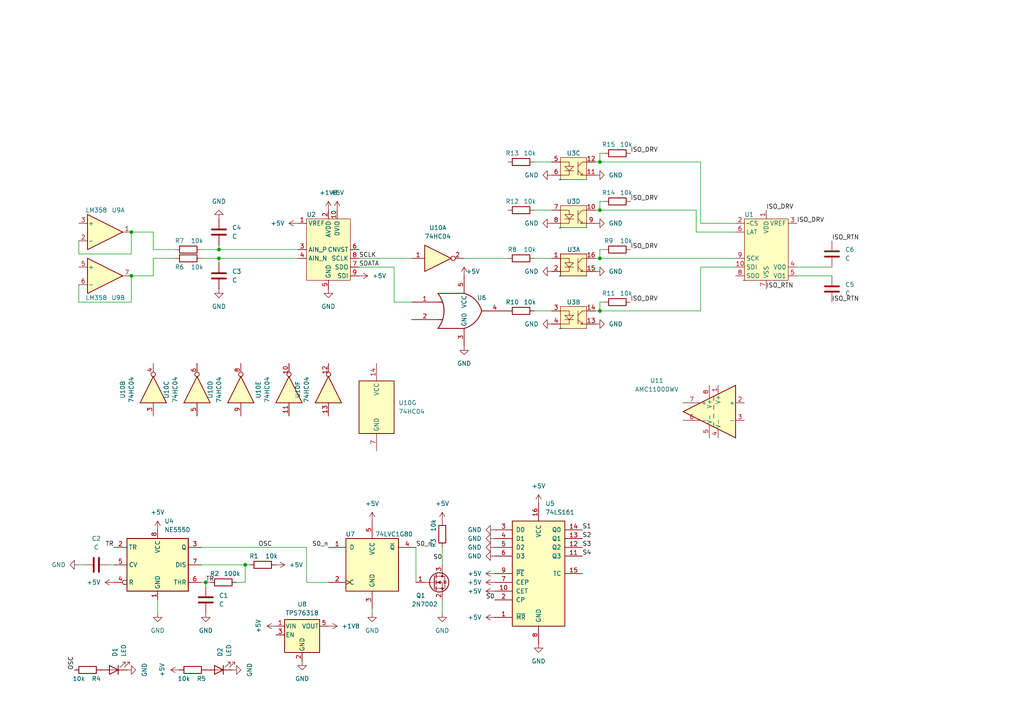
<source format=kicad_sch>
(kicad_sch (version 20230121) (generator eeschema)
  (paper "A4")
  (lib_symbols
    (symbol "74xGxx:74LVC1G32"
      (property "Reference" "U" (at -5.08 7.62 0))
      (property "Value" "74LVC1G32" (at 7.62 -7.62 0))
      (symbol "74LVC1G32_0_1"
        (arc (start -7.62 -5.08) (mid -5.838 0) (end -7.62 5.08) (stroke (width 0.254)))
        (arc (start 0 -5.08) (mid 3.1986 -3.2054) (end 5.08 0) (stroke (width 0.254)))
        (polyline (pts (xy -7.62 -2.54) (xy -6.35 -2.54)) (stroke (width 0.254)) (fill (type background)))
        (polyline (pts (xy -7.62 2.54) (xy -6.35 2.54)) (stroke (width 0.254)) (fill (type background)))
        (polyline (pts (xy 0 -5.08) (xy -7.62 -5.08)) (stroke (width 0.254)) (fill (type background)))
        (polyline (pts (xy 0 5.08) (xy -7.62 5.08)) (stroke (width 0.254)) (fill (type background)))
        (arc (start 5.08 0) (mid 3.2238 3.2304) (end 0 5.08) (stroke (width 0.254)))
      )
      (symbol "74LVC1G32_1_1"
        (pin input line (at -15.24 2.54 0) (length 7.62) (name "~") (number "1"))
        (pin input line (at -15.24 -2.54 0) (length 7.62) (name "~") (number "2"))
        (pin power_in line (at 0 -10.16 90) (length 5.08) (name "GND") (number "3"))
        (pin output line (at 12.7 0 180) (length 7.62) (name "~") (number "4"))
        (pin power_in line (at 0 10.16 270) (length 5.08) (name "VCC") (number "5"))
      )
    )
    (symbol "74xGxx:74LVC1G80" (pin_names (offset 1.016))
      (property "Reference" "U" (at -5.08 10.16 0))
      (property "Value" "74LVC1G80" (at 7.62 -10.16 0))
      (symbol "74LVC1G80_0_1"
        (rectangle (start -7.62 7.62) (end 7.62 -7.62) (stroke (width 0.254)) (fill (type background)))
      )
      (symbol "74LVC1G80_1_1"
        (pin input line (at -12.7 5.08 0) (length 5.08) (name "D") (number "1"))
        (pin input clock (at -12.7 -5.08 0) (length 5.08) (name "C") (number "2"))
        (pin power_in line (at 0 -12.7 90) (length 5.08) (name "GND") (number "3"))
        (pin output line (at 12.7 5.08 180) (length 5.08) (name "~{Q}") (number "4"))
        (pin power_in line (at 0 12.7 270) (length 5.08) (name "VCC") (number "5"))
      )
    )
    (symbol "74xx:74HC04"
      (property "Reference" "U" (at 0 1.27 0))
      (property "Value" "74HC04" (at 0 -1.27 0))
      (symbol "74HC04_1_0"
        (polyline (pts (xy -3.81 3.81) (xy -3.81 -3.81) (xy 3.81 0) (xy -3.81 3.81)) (stroke (width 0.254)) (fill (type background)))
        (pin input line (at -7.62 0 0) (length 3.81) (name "~") (number "1"))
        (pin output inverted (at 7.62 0 180) (length 3.81) (name "~") (number "2"))
      )
      (symbol "74HC04_2_0"
        (polyline (pts (xy -3.81 3.81) (xy -3.81 -3.81) (xy 3.81 0) (xy -3.81 3.81)) (stroke (width 0.254)) (fill (type background)))
        (pin input line (at -7.62 0 0) (length 3.81) (name "~") (number "3"))
        (pin output inverted (at 7.62 0 180) (length 3.81) (name "~") (number "4"))
      )
      (symbol "74HC04_3_0"
        (polyline (pts (xy -3.81 3.81) (xy -3.81 -3.81) (xy 3.81 0) (xy -3.81 3.81)) (stroke (width 0.254)) (fill (type background)))
        (pin input line (at -7.62 0 0) (length 3.81) (name "~") (number "5"))
        (pin output inverted (at 7.62 0 180) (length 3.81) (name "~") (number "6"))
      )
      (symbol "74HC04_4_0"
        (polyline (pts (xy -3.81 3.81) (xy -3.81 -3.81) (xy 3.81 0) (xy -3.81 3.81)) (stroke (width 0.254)) (fill (type background)))
        (pin output inverted (at 7.62 0 180) (length 3.81) (name "~") (number "8"))
        (pin input line (at -7.62 0 0) (length 3.81) (name "~") (number "9"))
      )
      (symbol "74HC04_5_0"
        (polyline (pts (xy -3.81 3.81) (xy -3.81 -3.81) (xy 3.81 0) (xy -3.81 3.81)) (stroke (width 0.254)) (fill (type background)))
        (pin output inverted (at 7.62 0 180) (length 3.81) (name "~") (number "10"))
        (pin input line (at -7.62 0 0) (length 3.81) (name "~") (number "11"))
      )
      (symbol "74HC04_6_0"
        (polyline (pts (xy -3.81 3.81) (xy -3.81 -3.81) (xy 3.81 0) (xy -3.81 3.81)) (stroke (width 0.254)) (fill (type background)))
        (pin output inverted (at 7.62 0 180) (length 3.81) (name "~") (number "12"))
        (pin input line (at -7.62 0 0) (length 3.81) (name "~") (number "13"))
      )
      (symbol "74HC04_7_0"
        (pin power_in line (at 0 12.7 270) (length 5.08) (name "VCC") (number "14"))
        (pin power_in line (at 0 -12.7 90) (length 5.08) (name "GND") (number "7"))
      )
      (symbol "74HC04_7_1"
        (rectangle (start -5.08 7.62) (end 5.08 -7.62) (stroke (width 0.254)) (fill (type background)))
      )
    )
    (symbol "74xx:74LS161" (pin_names (offset 1.016))
      (property "Reference" "U" (at -7.62 16.51 0))
      (property "Value" "74LS161" (at -7.62 -16.51 0))
      (symbol "74LS161_1_0"
        (pin input line (at -12.7 -12.7 0) (length 5.08) (name "~{MR}") (number "1"))
        (pin input line (at -12.7 -5.08 0) (length 5.08) (name "CET") (number "10"))
        (pin output line (at 12.7 5.08 180) (length 5.08) (name "Q3") (number "11"))
        (pin output line (at 12.7 7.62 180) (length 5.08) (name "Q2") (number "12"))
        (pin output line (at 12.7 10.16 180) (length 5.08) (name "Q1") (number "13"))
        (pin output line (at 12.7 12.7 180) (length 5.08) (name "Q0") (number "14"))
        (pin output line (at 12.7 0 180) (length 5.08) (name "TC") (number "15"))
        (pin power_in line (at 0 20.32 270) (length 5.08) (name "VCC") (number "16"))
        (pin input line (at -12.7 -7.62 0) (length 5.08) (name "CP") (number "2"))
        (pin input line (at -12.7 12.7 0) (length 5.08) (name "D0") (number "3"))
        (pin input line (at -12.7 10.16 0) (length 5.08) (name "D1") (number "4"))
        (pin input line (at -12.7 7.62 0) (length 5.08) (name "D2") (number "5"))
        (pin input line (at -12.7 5.08 0) (length 5.08) (name "D3") (number "6"))
        (pin input line (at -12.7 -2.54 0) (length 5.08) (name "CEP") (number "7"))
        (pin power_in line (at 0 -20.32 90) (length 5.08) (name "GND") (number "8"))
        (pin input line (at -12.7 0 0) (length 5.08) (name "~{PE}") (number "9"))
      )
      (symbol "74LS161_1_1"
        (rectangle (start -7.62 15.24) (end 7.62 -15.24) (stroke (width 0.254)) (fill (type background)))
      )
    )
    (symbol "Amplifier_Difference:AMC1100DWV" (pin_names (offset 0.127))
      (property "Reference" "U" (at 7.62 8.89 0))
      (property "Value" "AMC1100DWV" (at 1.27 6.35 0))
      (symbol "AMC1100DWV_0_1"
        (polyline (pts (xy -1.27 -3.175) (xy -1.27 -4.445)))
        (polyline (pts (xy -1.27 -0.635) (xy -1.27 -1.905)))
        (polyline (pts (xy -1.27 1.905) (xy -1.27 0.635)))
        (polyline (pts (xy -1.27 4.445) (xy -1.27 3.175)))
        (polyline (pts (xy -7.62 -7.62) (xy -7.62 7.62) (xy 7.62 0) (xy -7.62 -7.62)) (stroke (width 0.254)) (fill (type background)))
      )
      (symbol "AMC1100DWV_1_1"
        (pin power_in line (at -2.54 7.62 270) (length 2.54) (name "V+") (number "1"))
        (pin input line (at -10.16 2.54 0) (length 2.54) (name "+") (number "2"))
        (pin input line (at -10.16 -2.54 0) (length 2.54) (name "-") (number "3"))
        (pin power_in line (at -2.54 -7.62 90) (length 2.54) (name "V-") (number "4"))
        (pin power_in line (at 0 -7.62 90) (length 3.81) (name "V-") (number "5"))
        (pin output line (at 7.62 -2.54 180) (length 5.08) (name "-") (number "6"))
        (pin output line (at 7.62 2.54 180) (length 5.08) (name "+") (number "7"))
        (pin power_in line (at 0 7.62 270) (length 3.81) (name "V+") (number "8"))
      )
    )
    (symbol "Amplifier_Operational:LM358" (pin_names (offset 0.127))
      (property "Reference" "U" (at 0 5.08 0))
      (property "Value" "LM358" (at 0 -5.08 0))
      (symbol "LM358_1_1"
        (polyline (pts (xy -5.08 5.08) (xy 5.08 0) (xy -5.08 -5.08) (xy -5.08 5.08)) (stroke (width 0.254)) (fill (type background)))
        (pin output line (at 7.62 0 180) (length 2.54) (name "~") (number "1"))
        (pin input line (at -7.62 -2.54 0) (length 2.54) (name "-") (number "2"))
        (pin input line (at -7.62 2.54 0) (length 2.54) (name "+") (number "3"))
      )
      (symbol "LM358_2_1"
        (polyline (pts (xy -5.08 5.08) (xy 5.08 0) (xy -5.08 -5.08) (xy -5.08 5.08)) (stroke (width 0.254)) (fill (type background)))
        (pin input line (at -7.62 2.54 0) (length 2.54) (name "+") (number "5"))
        (pin input line (at -7.62 -2.54 0) (length 2.54) (name "-") (number "6"))
        (pin output line (at 7.62 0 180) (length 2.54) (name "~") (number "7"))
      )
      (symbol "LM358_3_1"
        (pin power_in line (at -2.54 -7.62 90) (length 3.81) (name "V-") (number "4"))
        (pin power_in line (at -2.54 7.62 270) (length 3.81) (name "V+") (number "8"))
      )
    )
    (symbol "Device:C" (pin_numbers hide) (pin_names (offset 0.254))
      (property "Reference" "C" (at 0.635 2.54 0))
      (property "Value" "C" (at 0.635 -2.54 0))
      (symbol "C_0_1"
        (polyline (pts (xy -2.032 -0.762) (xy 2.032 -0.762)) (stroke (width 0.508)))
        (polyline (pts (xy -2.032 0.762) (xy 2.032 0.762)) (stroke (width 0.508)))
      )
      (symbol "C_1_1"
        (pin passive line (at 0 3.81 270) (length 2.794) (name "~") (number "1"))
        (pin passive line (at 0 -3.81 90) (length 2.794) (name "~") (number "2"))
      )
    )
    (symbol "Device:LED" (pin_numbers hide) (pin_names (offset 1.016) hide)
      (property "Reference" "D" (at 0 2.54 0))
      (property "Value" "LED" (at 0 -2.54 0))
      (symbol "LED_0_1"
        (polyline (pts (xy -1.27 -1.27) (xy -1.27 1.27)) (stroke (width 0.254)))
        (polyline (pts (xy -1.27 0) (xy 1.27 0)))
        (polyline (pts (xy 1.27 -1.27) (xy 1.27 1.27) (xy -1.27 0) (xy 1.27 -1.27)) (stroke (width 0.254)))
        (polyline (pts (xy -3.048 -0.762) (xy -4.572 -2.286) (xy -3.81 -2.286) (xy -4.572 -2.286) (xy -4.572 -1.524)))
        (polyline (pts (xy -1.778 -0.762) (xy -3.302 -2.286) (xy -2.54 -2.286) (xy -3.302 -2.286) (xy -3.302 -1.524)))
      )
      (symbol "LED_1_1"
        (pin passive line (at -3.81 0 0) (length 2.54) (name "K") (number "1"))
        (pin passive line (at 3.81 0 180) (length 2.54) (name "A") (number "2"))
      )
    )
    (symbol "Device:R" (pin_numbers hide) (pin_names (offset 0))
      (property "Reference" "R" (at 2.032 0 90))
      (property "Value" "R" (at 0 0 90))
      (symbol "R_0_1"
        (rectangle (start -1.016 -2.54) (end 1.016 2.54) (stroke (width 0.254)))
      )
      (symbol "R_1_1"
        (pin passive line (at 0 3.81 270) (length 1.27) (name "~") (number "1"))
        (pin passive line (at 0 -3.81 90) (length 1.27) (name "~") (number "2"))
      )
    )
    (symbol "Regulator_Linear:TPS76318" (pin_names (offset 0.254))
      (property "Reference" "U" (at -3.81 5.715 0))
      (property "Value" "TPS76318" (at 0 5.715 0))
      (symbol "TPS76318_0_1"
        (rectangle (start -5.08 4.445) (end 5.08 -5.08) (stroke (width 0.254)) (fill (type background)))
      )
      (symbol "TPS76318_1_1"
        (pin power_in line (at -7.62 2.54 0) (length 2.54) (name "VIN") (number "1"))
        (pin power_in line (at 0 -7.62 90) (length 2.54) (name "GND") (number "2"))
        (pin input line (at -7.62 0 0) (length 2.54) (name "EN") (number "3"))
        (pin no_connect line (at 5.08 0 180) (length 2.54) hide (name "NC") (number "4"))
        (pin power_out line (at 7.62 2.54 180) (length 2.54) (name "VOUT") (number "5"))
      )
    )
    (symbol "Timer:NE555D"
      (property "Reference" "U" (at -10.16 8.89 0))
      (property "Value" "NE555D" (at 2.54 8.89 0))
      (symbol "NE555D_0_0"
        (pin power_in line (at 0 -10.16 90) (length 2.54) (name "GND") (number "1"))
        (pin power_in line (at 0 10.16 270) (length 2.54) (name "VCC") (number "8"))
      )
      (symbol "NE555D_0_1"
        (rectangle (start -8.89 -7.62) (end 8.89 7.62) (stroke (width 0.254)) (fill (type background)))
        (rectangle (start -8.89 -7.62) (end 8.89 7.62) (stroke (width 0.254)) (fill (type background)))
      )
      (symbol "NE555D_1_1"
        (pin input line (at -12.7 5.08 0) (length 3.81) (name "TR") (number "2"))
        (pin output line (at 12.7 5.08 180) (length 3.81) (name "Q") (number "3"))
        (pin input inverted (at -12.7 -5.08 0) (length 3.81) (name "R") (number "4"))
        (pin input line (at -12.7 0 0) (length 3.81) (name "CV") (number "5"))
        (pin input line (at 12.7 -5.08 180) (length 3.81) (name "THR") (number "6"))
        (pin input line (at 12.7 0 180) (length 3.81) (name "DIS") (number "7"))
      )
    )
    (symbol "Transistor_FET:2N7002" (pin_names hide)
      (property "Reference" "Q" (at 5.08 1.905 0))
      (property "Value" "2N7002" (at 5.08 0 0))
      (symbol "2N7002_0_1"
        (polyline (pts (xy 0.254 0) (xy -2.54 0)))
        (polyline (pts (xy 0.254 1.905) (xy 0.254 -1.905)) (stroke (width 0.254)))
        (polyline (pts (xy 0.762 -1.27) (xy 0.762 -2.286)) (stroke (width 0.254)))
        (polyline (pts (xy 0.762 0.508) (xy 0.762 -0.508)) (stroke (width 0.254)))
        (polyline (pts (xy 0.762 2.286) (xy 0.762 1.27)) (stroke (width 0.254)))
        (polyline (pts (xy 2.54 2.54) (xy 2.54 1.778)))
        (polyline (pts (xy 2.54 -2.54) (xy 2.54 0) (xy 0.762 0)))
        (polyline (pts (xy 0.762 -1.778) (xy 3.302 -1.778) (xy 3.302 1.778) (xy 0.762 1.778)))
        (polyline (pts (xy 1.016 0) (xy 2.032 0.381) (xy 2.032 -0.381) (xy 1.016 0)) (fill (type outline)))
        (polyline (pts (xy 2.794 0.508) (xy 2.921 0.381) (xy 3.683 0.381) (xy 3.81 0.254)))
        (polyline (pts (xy 3.302 0.381) (xy 2.921 -0.254) (xy 3.683 -0.254) (xy 3.302 0.381)))
        (circle (center 1.651 0) (radius 2.794) (stroke (width 0.254)))
        (circle (center 2.54 -1.778) (radius 0.254) (fill (type outline)))
        (circle (center 2.54 1.778) (radius 0.254) (fill (type outline)))
      )
      (symbol "2N7002_1_1"
        (pin input line (at -5.08 0 0) (length 2.54) (name "G") (number "1"))
        (pin passive line (at 2.54 -5.08 90) (length 2.54) (name "S") (number "2"))
        (pin passive line (at 2.54 5.08 270) (length 2.54) (name "D") (number "3"))
      )
    )
    (symbol "my parts:MCP33141D"
      (property "Reference" "U" (at 0 0 0))
      (property "Value" "MCP33141D" (at 0 0 0))
      (symbol "MCP33141D_1_1"
        (rectangle (start 0 17.78) (end 12.7 0) (fill (type background)))
        (pin bidirectional line (at -2.54 16.51 0) (length 2.54) (name "VREF") (number "1"))
        (pin bidirectional line (at 8.89 20.32 270) (length 2.54) (name "DVIO") (number "10"))
        (pin bidirectional line (at 6.35 20.32 270) (length 2.54) (name "AVDD") (number "2"))
        (pin bidirectional line (at -2.54 8.89 0) (length 2.54) (name "AIN_P") (number "3"))
        (pin bidirectional line (at -2.54 6.35 0) (length 2.54) (name "AIN_N") (number "4"))
        (pin bidirectional line (at 6.35 -2.54 90) (length 2.54) (name "GND") (number "5"))
        (pin bidirectional line (at 15.24 8.89 180) (length 2.54) (name "CNVST") (number "6"))
        (pin bidirectional line (at 15.24 3.81 180) (length 2.54) (name "SDO") (number "7"))
        (pin bidirectional line (at 15.24 6.35 180) (length 2.54) (name "SCLK") (number "8"))
        (pin bidirectional line (at 15.24 1.27 180) (length 2.54) (name "SDI") (number "9"))
      )
    )
    (symbol "my parts:MCP48FEB02"
      (property "Reference" "U" (at 0 0 0))
      (symbol "MCP48FEB02_1_1"
        (rectangle (start 0 17.78) (end 12.7 0) (fill (type background)))
        (pin bidirectional line (at 6.35 20.32 270) (length 2.54) (name "VDD") (number "1"))
        (pin bidirectional line (at -2.54 3.81 0) (length 2.54) (name "SDI") (number "10"))
        (pin bidirectional line (at -2.54 16.51 0) (length 2.54) (name "~CS") (number "2"))
        (pin bidirectional line (at 15.24 16.51 180) (length 2.54) (name "VREF") (number "3"))
        (pin bidirectional line (at 15.24 3.81 180) (length 2.54) (name "VO0") (number "4"))
        (pin bidirectional line (at 15.24 1.27 180) (length 2.54) (name "VO1") (number "5"))
        (pin bidirectional line (at -2.54 13.97 0) (length 2.54) (name "LAT") (number "6"))
        (pin bidirectional line (at 6.35 -2.54 90) (length 2.54) (name "VSS") (number "7"))
        (pin bidirectional line (at -2.54 1.27 0) (length 2.54) (name "SDO") (number "8"))
        (pin bidirectional line (at -2.54 6.35 0) (length 2.54) (name "SCK") (number "9"))
      )
    )
    (symbol "my parts:PS2811-4"
      (property "Reference" "U" (at 1.27 7.62 0))
      (symbol "PS2811-4_0_1"
        (polyline (pts (xy 1.27 2.54) (xy 3.81 2.54)))
        (polyline (pts (xy 5.08 2.54) (xy 6.35 1.27)))
        (polyline (pts (xy 5.08 5.08) (xy 5.08 1.27)))
        (polyline (pts (xy 6.35 1.27) (xy 5.715 1.27)))
        (polyline (pts (xy 6.35 1.27) (xy 6.35 1.905)))
        (polyline (pts (xy 6.35 1.27) (xy 7.62 1.27)))
        (polyline (pts (xy 6.35 5.08) (xy 5.08 3.81)))
        (polyline (pts (xy 6.35 5.08) (xy 7.62 5.08)))
        (polyline (pts (xy 0 1.27) (xy 2.54 1.27) (xy 2.54 2.54)))
        (polyline (pts (xy 2.54 3.81) (xy 2.54 5.08) (xy 0 5.08)))
        (polyline (pts (xy 2.54 2.54) (xy 1.27 3.81) (xy 3.81 3.81) (xy 2.54 2.54)))
        (rectangle (start 0 6.35) (end 7.62 0) (fill (type background)))
      )
      (symbol "PS2811-4_1_1"
        (rectangle (start 0 6.35) (end 7.62 0))
        (pin bidirectional line (at -2.54 5.08 0) (length 2.54) (name "") (number "1"))
        (pin bidirectional line (at 10.16 1.27 180) (length 2.54) (name "") (number "15"))
        (pin bidirectional line (at 10.16 5.08 180) (length 2.54) (name "") (number "16"))
        (pin bidirectional line (at -2.54 1.27 0) (length 2.54) (name "") (number "2"))
      )
      (symbol "PS2811-4_2_1"
        (pin bidirectional line (at 10.16 1.27 180) (length 2.54) (name "") (number "13"))
        (pin bidirectional line (at 10.16 5.08 180) (length 2.54) (name "") (number "14"))
        (pin bidirectional line (at -2.54 5.08 0) (length 2.54) (name "") (number "3"))
        (pin bidirectional line (at -2.54 1.27 0) (length 2.54) (name "") (number "4"))
      )
      (symbol "PS2811-4_3_1"
        (pin bidirectional line (at 10.16 1.27 180) (length 2.54) (name "") (number "11"))
        (pin bidirectional line (at 10.16 5.08 180) (length 2.54) (name "") (number "12"))
        (pin bidirectional line (at -2.54 5.08 0) (length 2.54) (name "") (number "5"))
        (pin bidirectional line (at -2.54 1.27 0) (length 2.54) (name "") (number "6"))
      )
      (symbol "PS2811-4_4_1"
        (pin bidirectional line (at 10.16 5.08 180) (length 2.54) (name "") (number "10"))
        (pin bidirectional line (at -2.54 5.08 0) (length 2.54) (name "") (number "7"))
        (pin bidirectional line (at -2.54 1.27 0) (length 2.54) (name "") (number "8"))
        (pin bidirectional line (at 10.16 1.27 180) (length 2.54) (name "") (number "9"))
      )
    )
    (symbol "power:+1V8" (power) (pin_names (offset 0))
      (property "Value" "+1V8" (at 0 3.556 0))
      (symbol "+1V8_0_1"
        (polyline (pts (xy -0.762 1.27) (xy 0 2.54)))
        (polyline (pts (xy 0 0) (xy 0 2.54)))
        (polyline (pts (xy 0 2.54) (xy 0.762 1.27)))
      )
      (symbol "+1V8_1_1"
        (pin power_in line (at 0 0 90) (length 0) hide (name "+1V8") (number "1"))
      )
    )
    (symbol "power:+5V" (power) (pin_names (offset 0))
      (property "Value" "+5V" (at 0 3.556 0))
      (symbol "+5V_0_1"
        (polyline (pts (xy -0.762 1.27) (xy 0 2.54)))
        (polyline (pts (xy 0 0) (xy 0 2.54)))
        (polyline (pts (xy 0 2.54) (xy 0.762 1.27)))
      )
      (symbol "+5V_1_1"
        (pin power_in line (at 0 0 90) (length 0) hide (name "+5V") (number "1"))
      )
    )
    (symbol "power:GND" (power) (pin_names (offset 0))
      (property "Value" "GND" (at 0 -3.81 0))
      (symbol "GND_0_1"
        (polyline (pts (xy 0 0) (xy 0 -1.27) (xy 1.27 -1.27) (xy 0 -2.54) (xy -1.27 -1.27) (xy 0 -1.27)))
      )
      (symbol "GND_1_1"
        (pin power_in line (at 0 0 270) (length 0) hide (name "GND") (number "1"))
      )
    )
  )
  (junction (at 38.1 80.01))
  (junction (at 173.99 60.96))
  (junction (at 63.5 72.39))
  (junction (at 173.99 74.93))
  (junction (at 71.12 163.83))
  (junction (at 38.1 67.31))
  (junction (at 173.99 46.99))
  (junction (at 173.99 90.17))
  (junction (at 63.5 74.93))
  (junction (at 59.69 168.91))
  (wire (pts (xy 172.72 60.96) (xy 173.99 60.96)))
  (wire (pts (xy 172.72 90.17) (xy 173.99 90.17)))
  (wire (pts (xy 120.65 158.75) (xy 120.65 168.91)))
  (wire (pts (xy 213.36 64.77) (xy 203.2 64.77)))
  (wire (pts (xy 173.99 60.96) (xy 201.93 60.96)))
  (wire (pts (xy 213.36 77.47) (xy 203.2 77.47)))
  (wire (pts (xy 44.45 80.01) (xy 44.45 74.93)))
  (wire (pts (xy 173.99 44.45) (xy 173.99 46.99)))
  (wire (pts (xy 45.72 177.8) (xy 45.72 173.99)))
  (wire (pts (xy 22.86 73.66) (xy 38.1 73.66)))
  (wire (pts (xy 24.13 163.83) (xy 22.86 163.83)))
  (wire (pts (xy 203.2 64.77) (xy 203.2 46.99)))
  (wire (pts (xy 44.45 72.39) (xy 50.8 72.39)))
  (wire (pts (xy 22.86 69.85) (xy 22.86 73.66)))
  (wire (pts (xy 63.5 74.93) (xy 63.5 76.2)))
  (wire (pts (xy 104.14 77.47) (xy 114.3 77.47)))
  (wire (pts (xy 58.42 74.93) (xy 63.5 74.93)))
  (wire (pts (xy 201.93 67.31) (xy 201.93 60.96)))
  (wire (pts (xy 128.27 158.75) (xy 128.27 163.83)))
  (wire (pts (xy 71.12 163.83) (xy 72.39 163.83)))
  (wire (pts (xy 231.14 77.47) (xy 241.3 77.47)))
  (wire (pts (xy 128.27 173.99) (xy 128.27 177.8)))
  (wire (pts (xy 44.45 67.31) (xy 44.45 72.39)))
  (wire (pts (xy 173.99 74.93) (xy 213.36 74.93)))
  (wire (pts (xy 63.5 72.39) (xy 86.36 72.39)))
  (wire (pts (xy 154.94 90.17) (xy 160.02 90.17)))
  (wire (pts (xy 38.1 67.31) (xy 44.45 67.31)))
  (wire (pts (xy 38.1 73.66) (xy 38.1 67.31)))
  (wire (pts (xy 175.26 72.39) (xy 173.99 72.39)))
  (wire (pts (xy 175.26 44.45) (xy 173.99 44.45)))
  (wire (pts (xy 172.72 46.99) (xy 173.99 46.99)))
  (wire (pts (xy 119.38 87.63) (xy 114.3 87.63)))
  (wire (pts (xy 114.3 87.63) (xy 114.3 77.47)))
  (wire (pts (xy 88.9 158.75) (xy 88.9 168.91)))
  (wire (pts (xy 38.1 87.63) (xy 38.1 80.01)))
  (wire (pts (xy 44.45 74.93) (xy 50.8 74.93)))
  (wire (pts (xy 71.12 163.83) (xy 71.12 168.91)))
  (wire (pts (xy 173.99 46.99) (xy 203.2 46.99)))
  (wire (pts (xy 203.2 77.47) (xy 203.2 90.17)))
  (wire (pts (xy 63.5 71.12) (xy 63.5 72.39)))
  (wire (pts (xy 154.94 74.93) (xy 160.02 74.93)))
  (wire (pts (xy 58.42 72.39) (xy 63.5 72.39)))
  (wire (pts (xy 59.69 168.91) (xy 59.69 170.18)))
  (wire (pts (xy 213.36 67.31) (xy 201.93 67.31)))
  (wire (pts (xy 172.72 74.93) (xy 173.99 74.93)))
  (wire (pts (xy 59.69 168.91) (xy 58.42 168.91)))
  (wire (pts (xy 173.99 72.39) (xy 173.99 74.93)))
  (wire (pts (xy 31.75 163.83) (xy 33.02 163.83)))
  (wire (pts (xy 63.5 74.93) (xy 86.36 74.93)))
  (wire (pts (xy 88.9 168.91) (xy 95.25 168.91)))
  (wire (pts (xy 173.99 90.17) (xy 203.2 90.17)))
  (wire (pts (xy 134.62 74.93) (xy 147.32 74.93)))
  (wire (pts (xy 107.95 176.53) (xy 107.95 177.8)))
  (wire (pts (xy 22.86 82.55) (xy 22.86 87.63)))
  (wire (pts (xy 22.86 87.63) (xy 38.1 87.63)))
  (wire (pts (xy 104.14 74.93) (xy 119.38 74.93)))
  (wire (pts (xy 175.26 58.42) (xy 173.99 58.42)))
  (wire (pts (xy 71.12 168.91) (xy 68.58 168.91)))
  (wire (pts (xy 154.94 46.99) (xy 160.02 46.99)))
  (wire (pts (xy 173.99 58.42) (xy 173.99 60.96)))
  (wire (pts (xy 58.42 158.75) (xy 88.9 158.75)))
  (wire (pts (xy 173.99 87.63) (xy 173.99 90.17)))
  (wire (pts (xy 60.96 168.91) (xy 59.69 168.91)))
  (wire (pts (xy 231.14 80.01) (xy 241.3 80.01)))
  (wire (pts (xy 38.1 80.01) (xy 44.45 80.01)))
  (wire (pts (xy 154.94 60.96) (xy 160.02 60.96)))
  (wire (pts (xy 175.26 87.63) (xy 173.99 87.63)))
  (wire (pts (xy 58.42 163.83) (xy 71.12 163.83)))
  (label "S3" (at 168.91 158.75 0))
  (label "ISO_DRV" (at 182.88 58.42 0))
  (label "TR" (at 33.02 158.75 180))
  (label "S4" (at 168.91 161.29 0))
  (label "ISO_DRV" (at 182.88 72.39 0))
  (label "OSC" (at 74.93 158.75 0))
  (label "TR" (at 59.69 168.91 0))
  (label "OSC" (at 21.59 194.31 90))
  (label "ISO_RTN" (at 241.3 87.63 0))
  (label "S0" (at 143.51 173.99 180))
  (label "ISO_RTN" (at 222.25 83.82 0))
  (label "ISO_DRV" (at 182.88 44.45 0))
  (label "ISO_DRV" (at 182.88 87.63 0))
  (label "ISO_RTN" (at 241.3 69.85 0))
  (label "S1" (at 168.91 153.67 0))
  (label "SDATA" (at 104.14 77.47 0))
  (label "S0" (at 128.27 162.56 180))
  (label "S0_n" (at 95.25 158.75 180))
  (label "S2" (at 168.91 156.21 0))
  (label "SCLK" (at 104.14 74.93 0))
  (label "ISO_DRV" (at 222.25 60.96 0))
  (label "ISO_DRV" (at 231.14 64.77 0))
  (label "S0_n" (at 120.65 158.75 0))
  (symbol (lib_id "Device:R") (at 128.27 154.94 180) (unit 1)
    (property "Reference" "R3" (at 125.73 157.48 90))
    (property "Value" "10k" (at 125.73 152.4 90))
    (property "Footprint" "Resistor_SMD:R_0603_1608Metric_Pad0.98x0.95mm_HandSolder" (effects hide))
  )
  (symbol (lib_id "power:GND") (at 160.02 93.98 270) (unit 1)
    (property "Reference" "#PWR041" (effects hide))
    (property "Value" "GND" (at 156.21 93.98 90) (effects (justify right)))
  )
  (symbol (lib_id "power:+5V") (at 52.07 194.31 90) (unit 1)
    (property "Reference" "#PWR012" (effects hide))
    (property "Value" "+5V" (at 46.99 194.31 0))
  )
  (symbol (lib_id "power:+5V") (at 80.01 181.61 90) (unit 1)
    (property "Reference" "#PWR029" (effects hide))
    (property "Value" "+5V" (at 74.93 181.61 0))
  )
  (symbol (lib_id "power:GND") (at 87.63 191.77 0) (unit 1)
    (property "Reference" "#PWR028" (effects hide))
    (property "Value" "GND" (at 87.63 196.85 0))
  )
  (symbol (lib_id "my parts:PS2811-4") (at 162.56 66.04 0) (unit 4)
    (property "Reference" "U3" (at 166.37 58.42 0))
    (property "Value" "~" (at 162.56 66.04 0))
    (property "Footprint" "Package_SO:SOIC-16_4.55x10.3mm_P1.27mm" (effects hide))
  )
  (symbol (lib_id "Device:R") (at 179.07 44.45 90) (unit 1)
    (property "Reference" "R15" (at 176.53 41.91 90))
    (property "Value" "10k" (at 181.61 41.91 90))
    (property "Footprint" "Resistor_SMD:R_0603_1608Metric_Pad0.98x0.95mm_HandSolder" (effects hide))
  )
  (symbol (lib_id "power:+5V") (at 134.62 80.01 0) (unit 1)
    (property "Reference" "#PWR025" (effects hide))
    (property "Value" "+5V" (at 137.16 78.74 0))
  )
  (symbol (lib_id "Device:R") (at 151.13 46.99 90) (unit 1)
    (property "Reference" "R13" (at 148.59 44.45 90))
    (property "Value" "10k" (at 153.67 44.45 90))
    (property "Footprint" "Resistor_SMD:R_0603_1608Metric_Pad0.98x0.95mm_HandSolder" (effects hide))
  )
  (symbol (lib_id "my parts:PS2811-4") (at 162.56 95.25 0) (unit 2)
    (property "Reference" "U3" (at 166.37 87.63 0))
    (property "Value" "~" (at 162.56 95.25 0))
    (property "Footprint" "Package_SO:SOIC-16_4.55x10.3mm_P1.27mm" (effects hide))
  )
  (symbol (lib_id "power:GND") (at 172.72 78.74 90) (unit 1)
    (property "Reference" "#PWR036" (effects hide))
    (property "Value" "GND" (at 176.53 78.74 90) (effects (justify right)))
  )
  (symbol (lib_id "power:GND") (at 160.02 50.8 270) (unit 1)
    (property "Reference" "#PWR043" (effects hide))
    (property "Value" "GND" (at 156.21 50.8 90) (effects (justify right)))
  )
  (symbol (lib_id "Device:R") (at 179.07 58.42 90) (unit 1)
    (property "Reference" "R14" (at 176.53 55.88 90))
    (property "Value" "10k" (at 181.61 55.88 90))
    (property "Footprint" "Resistor_SMD:R_0603_1608Metric_Pad0.98x0.95mm_HandSolder" (effects hide))
  )
  (symbol (lib_id "power:+5V") (at 80.01 163.83 270) (unit 1)
    (property "Reference" "#PWR04" (effects hide))
    (property "Value" "+5V" (at 83.82 163.83 90) (effects (justify left)))
  )
  (symbol (lib_id "power:GND") (at 95.25 83.82 0) (unit 1)
    (property "Reference" "#PWR026" (effects hide))
    (property "Value" "GND" (at 95.25 88.9 0))
  )
  (symbol (lib_id "Device:R") (at 54.61 72.39 90) (unit 1)
    (property "Reference" "R7" (at 52.07 69.85 90))
    (property "Value" "10k" (at 57.15 69.85 90))
    (property "Footprint" "Resistor_SMD:R_0603_1608Metric_Pad0.98x0.95mm_HandSolder" (effects hide))
  )
  (symbol (lib_id "Device:C") (at 59.69 173.99 0) (unit 1)
    (property "Reference" "C1" (at 63.5 172.72 0) (effects (justify left)))
    (property "Value" "C" (at 63.5 175.26 0) (effects (justify left)))
    (property "Footprint" "Capacitor_SMD:C_0603_1608Metric_Pad1.08x0.95mm_HandSolder" (effects hide))
  )
  (symbol (lib_id "my parts:MCP48FEB02") (at 215.9 81.28 0) (unit 1)
    (property "Reference" "U1" (at 215.9 62.23 0) (effects (justify left)))
    (property "Value" "~" (at 215.9 81.28 0))
    (property "Footprint" "Package_SO:MSOP-10_3x3mm_P0.5mm" (effects hide))
  )
  (symbol (lib_id "Device:LED") (at 33.02 194.31 180) (unit 1)
    (property "Reference" "D1" (at 33.3375 190.5 90) (effects (justify right)))
    (property "Value" "LED" (at 35.8775 190.5 90) (effects (justify right)))
    (property "Footprint" "LED_SMD:LED_0603_1608Metric_Pad1.05x0.95mm_HandSolder" (effects hide))
  )
  (symbol (lib_id "power:GND") (at 36.83 194.31 90) (unit 1)
    (property "Reference" "#PWR011" (effects hide))
    (property "Value" "GND" (at 41.91 194.31 0))
  )
  (symbol (lib_id "74xx:74HC04") (at 44.45 113.03 90) (unit 2)
    (property "Reference" "U10" (at 35.56 113.03 0))
    (property "Value" "74HC04" (at 38.1 113.03 0))
    (property "Footprint" "Package_SO:SOIC-14_3.9x8.7mm_P1.27mm" (effects hide))
    (property "Datasheet" "https://assets.nexperia.com/documents/data-sheet/74HC_HCT04.pdf" (effects hide))
  )
  (symbol (lib_id "power:+5V") (at 86.36 64.77 90) (unit 1)
    (property "Reference" "#PWR035" (effects hide))
    (property "Value" "+5V" (at 82.55 64.77 90) (effects (justify left)))
  )
  (symbol (lib_id "74xGxx:74LVC1G80") (at 107.95 163.83 0) (unit 1)
    (property "Reference" "U7" (at 101.6 154.94 0))
    (property "Value" "74LVC1G80" (at 114.3 154.94 0))
    (property "Footprint" "Package_TO_SOT_SMD:SOT-23-5_HandSoldering" (effects hide))
    (property "Datasheet" "http://www.ti.com/lit/sg/scyt129e/scyt129e.pdf" (effects hide))
  )
  (symbol (lib_id "power:GND") (at 172.72 64.77 90) (unit 1)
    (property "Reference" "#PWR038" (effects hide))
    (property "Value" "GND" (at 176.53 64.77 90) (effects (justify right)))
  )
  (symbol (lib_id "power:+5V") (at 143.51 171.45 90) (unit 1)
    (property "Reference" "#PWR017" (effects hide))
    (property "Value" "+5V" (at 139.7 171.45 90) (effects (justify left)))
  )
  (symbol (lib_id "power:+5V") (at 107.95 151.13 0) (unit 1)
    (property "Reference" "#PWR07" (effects hide))
    (property "Value" "+5V" (at 107.95 146.05 0))
  )
  (symbol (lib_id "Device:R") (at 179.07 72.39 90) (unit 1)
    (property "Reference" "R9" (at 176.53 69.85 90))
    (property "Value" "10k" (at 181.61 69.85 90))
    (property "Footprint" "Resistor_SMD:R_0603_1608Metric_Pad0.98x0.95mm_HandSolder" (effects hide))
  )
  (symbol (lib_id "power:+5V") (at 104.14 80.01 270) (unit 1)
    (property "Reference" "#PWR032" (effects hide))
    (property "Value" "+5V" (at 107.95 80.01 90) (effects (justify left)))
  )
  (symbol (lib_id "power:GND") (at 59.69 177.8 0) (unit 1)
    (property "Reference" "#PWR05" (effects hide))
    (property "Value" "GND" (at 59.69 182.88 0))
  )
  (symbol (lib_id "power:+5V") (at 143.51 166.37 90) (unit 1)
    (property "Reference" "#PWR019" (effects hide))
    (property "Value" "+5V" (at 139.7 166.37 90) (effects (justify left)))
  )
  (symbol (lib_id "Amplifier_Operational:LM358") (at 30.48 67.31 0) (unit 1)
    (property "Reference" "U9" (at 34.29 60.96 0))
    (property "Value" "LM358" (at 27.94 60.96 0))
    (property "Footprint" "Package_SO:SOIC-8_3.9x4.9mm_P1.27mm" (effects hide))
    (property "Datasheet" "http://www.ti.com/lit/ds/symlink/lm2904-n.pdf" (effects hide))
  )
  (symbol (lib_id "74xx:74HC04") (at 109.22 118.11 0) (unit 7)
    (property "Reference" "U10" (at 115.57 116.84 0) (effects (justify left)))
    (property "Value" "74HC04" (at 115.57 119.38 0) (effects (justify left)))
    (property "Footprint" "Package_SO:SOIC-14_3.9x8.7mm_P1.27mm" (effects hide))
    (property "Datasheet" "https://assets.nexperia.com/documents/data-sheet/74HC_HCT04.pdf" (effects hide))
  )
  (symbol (lib_id "74xGxx:74LVC1G32") (at 134.62 90.17 0) (unit 1)
    (property "Reference" "U6" (at 139.7 86.36 0))
    (property "Value" "74LVC1G32" (effects hide))
    (property "Footprint" "Package_TO_SOT_SMD:SOT-23-5_HandSoldering" (effects hide))
    (property "Datasheet" "http://www.ti.com/lit/sg/scyt129e/scyt129e.pdf" (effects hide))
  )
  (symbol (lib_id "Device:C") (at 241.3 83.82 180) (unit 1)
    (property "Reference" "C5" (at 245.11 82.55 0) (effects (justify right)))
    (property "Value" "C" (at 245.11 85.09 0) (effects (justify right)))
    (property "Footprint" "Capacitor_SMD:C_0603_1608Metric_Pad1.08x0.95mm_HandSolder" (effects hide))
  )
  (symbol (lib_id "power:GND") (at 160.02 64.77 270) (unit 1)
    (property "Reference" "#PWR042" (effects hide))
    (property "Value" "GND" (at 156.21 64.77 90) (effects (justify right)))
  )
  (symbol (lib_id "power:+1V8") (at 95.25 60.96 0) (unit 1)
    (property "Reference" "#PWR031" (effects hide))
    (property "Value" "+1V8" (at 95.25 55.88 0))
  )
  (symbol (lib_id "power:+5V") (at 156.21 146.05 0) (unit 1)
    (property "Reference" "#PWR015" (effects hide))
    (property "Value" "+5V" (at 156.21 140.97 0))
  )
  (symbol (lib_id "power:GND") (at 160.02 78.74 270) (unit 1)
    (property "Reference" "#PWR040" (effects hide))
    (property "Value" "GND" (at 156.21 78.74 90) (effects (justify right)))
  )
  (symbol (lib_id "Device:R") (at 64.77 168.91 90) (unit 1)
    (property "Reference" "R2" (at 62.23 166.37 90))
    (property "Value" "100k" (at 67.31 166.37 90))
    (property "Footprint" "Resistor_SMD:R_0603_1608Metric_Pad0.98x0.95mm_HandSolder" (effects hide))
  )
  (symbol (lib_id "Device:R") (at 151.13 74.93 90) (unit 1)
    (property "Reference" "R8" (at 148.59 72.39 90))
    (property "Value" "10k" (at 153.67 72.39 90))
    (property "Footprint" "Resistor_SMD:R_0603_1608Metric_Pad0.98x0.95mm_HandSolder" (effects hide))
  )
  (symbol (lib_id "power:+1V8") (at 95.25 181.61 270) (unit 1)
    (property "Reference" "#PWR030" (effects hide))
    (property "Value" "+1V8" (at 99.06 181.61 90) (effects (justify left)))
  )
  (symbol (lib_id "Device:R") (at 76.2 163.83 90) (unit 1)
    (property "Reference" "R1" (at 73.66 161.29 90))
    (property "Value" "10k" (at 78.74 161.29 90))
    (property "Footprint" "Resistor_SMD:R_0603_1608Metric_Pad0.98x0.95mm_HandSolder" (effects hide))
  )
  (symbol (lib_id "power:+5V") (at 97.79 60.96 0) (unit 1)
    (property "Reference" "#PWR027" (effects hide))
    (property "Value" "+5V" (at 97.79 55.88 0))
  )
  (symbol (lib_id "Device:R") (at 151.13 60.96 90) (unit 1)
    (property "Reference" "R12" (at 148.59 58.42 90))
    (property "Value" "10k" (at 153.67 58.42 90))
    (property "Footprint" "Resistor_SMD:R_0603_1608Metric_Pad0.98x0.95mm_HandSolder" (effects hide))
  )
  (symbol (lib_id "my parts:MCP33141D") (at 88.9 81.28 0) (unit 1)
    (property "Reference" "U2" (at 88.9 62.23 0) (effects (justify left)))
    (property "Value" "MCP33141D" (effects hide))
    (property "Footprint" "Package_SO:MSOP-10_3x3mm_P0.5mm" (effects hide))
  )
  (symbol (lib_id "74xx:74HC04") (at 57.15 113.03 90) (unit 3)
    (property "Reference" "U10" (at 48.26 113.03 0))
    (property "Value" "74HC04" (at 50.8 113.03 0))
    (property "Footprint" "Package_SO:SOIC-14_3.9x8.7mm_P1.27mm" (effects hide))
    (property "Datasheet" "https://assets.nexperia.com/documents/data-sheet/74HC_HCT04.pdf" (effects hide))
  )
  (symbol (lib_id "Regulator_Linear:TPS76318") (at 87.63 184.15 0) (unit 1)
    (property "Reference" "U8" (at 87.63 175.26 0))
    (property "Value" "TPS76318" (at 87.63 177.8 0))
    (property "Footprint" "Package_TO_SOT_SMD:SOT-23-5" (effects hide))
    (property "Datasheet" "http://www.ti.com/lit/ds/symlink/tps763.pdf" (effects hide))
  )
  (symbol (lib_id "Device:R") (at 55.88 194.31 270) (unit 1)
    (property "Reference" "R5" (at 58.42 196.85 90))
    (property "Value" "10k" (at 53.34 196.85 90))
    (property "Footprint" "Resistor_SMD:R_0603_1608Metric_Pad0.98x0.95mm_HandSolder" (effects hide))
  )
  (symbol (lib_id "power:+5V") (at 45.72 153.67 0) (unit 1)
    (property "Reference" "#PWR01" (effects hide))
    (property "Value" "+5V" (at 45.72 148.59 0))
  )
  (symbol (lib_id "power:GND") (at 67.31 194.31 90) (unit 1)
    (property "Reference" "#PWR013" (effects hide))
    (property "Value" "GND" (at 72.39 194.31 0))
  )
  (symbol (lib_id "Timer:NE555D") (at 45.72 163.83 0) (unit 1)
    (property "Reference" "U4" (at 47.6759 151.13 0) (effects (justify left)))
    (property "Value" "NE555D" (at 47.6759 153.67 0) (effects (justify left)))
    (property "Footprint" "Package_SO:SOIC-8_3.9x4.9mm_P1.27mm" (effects hide))
    (property "Datasheet" "http://www.ti.com/lit/ds/symlink/ne555.pdf" (effects hide))
  )
  (symbol (lib_id "74xx:74HC04") (at 83.82 113.03 90) (unit 5)
    (property "Reference" "U10" (at 74.93 113.03 0))
    (property "Value" "74HC04" (at 77.47 113.03 0))
    (property "Footprint" "Package_SO:SOIC-14_3.9x8.7mm_P1.27mm" (effects hide))
    (property "Datasheet" "https://assets.nexperia.com/documents/data-sheet/74HC_HCT04.pdf" (effects hide))
  )
  (symbol (lib_id "Device:C") (at 241.3 73.66 180) (unit 1)
    (property "Reference" "C6" (at 245.11 72.39 0) (effects (justify right)))
    (property "Value" "C" (at 245.11 74.93 0) (effects (justify right)))
    (property "Footprint" "Capacitor_SMD:C_0603_1608Metric_Pad1.08x0.95mm_HandSolder" (effects hide))
  )
  (symbol (lib_id "Amplifier_Difference:AMC1100DWV") (at 205.74 119.38 0) (mirror y) (unit 1)
    (property "Reference" "U11" (at 190.5 110.3883 0))
    (property "Value" "AMC1100DWV" (at 190.5 112.9283 0))
    (property "Footprint" "Package_SO:SOIC-8_7.5x5.85mm_P1.27mm" (effects hide))
    (property "Datasheet" "http://www.ti.com/lit/ds/symlink/amc1100.pdf" (effects hide))
  )
  (symbol (lib_id "power:GND") (at 45.72 177.8 0) (unit 1)
    (property "Reference" "#PWR02" (effects hide))
    (property "Value" "GND" (at 45.72 182.88 0))
  )
  (symbol (lib_id "Device:LED") (at 63.5 194.31 180) (unit 1)
    (property "Reference" "D2" (at 63.8175 190.5 90) (effects (justify right)))
    (property "Value" "LED" (at 66.3575 190.5 90) (effects (justify right)))
    (property "Footprint" "LED_SMD:LED_0603_1608Metric_Pad1.05x0.95mm_HandSolder" (effects hide))
  )
  (symbol (lib_id "Device:R") (at 54.61 74.93 90) (unit 1)
    (property "Reference" "R6" (at 52.07 77.47 90))
    (property "Value" "10k" (at 57.15 77.47 90))
    (property "Footprint" "Resistor_SMD:R_0603_1608Metric_Pad0.98x0.95mm_HandSolder" (effects hide))
  )
  (symbol (lib_id "power:GND") (at 143.51 156.21 270) (unit 1)
    (property "Reference" "#PWR022" (effects hide))
    (property "Value" "GND" (at 139.7 156.21 90) (effects (justify right)))
  )
  (symbol (lib_id "Amplifier_Operational:LM358") (at 30.48 80.01 0) (unit 2)
    (property "Reference" "U9" (at 34.29 86.36 0))
    (property "Value" "LM358" (at 27.94 86.36 0))
    (property "Footprint" "Package_SO:SOIC-8_3.9x4.9mm_P1.27mm" (effects hide))
    (property "Datasheet" "http://www.ti.com/lit/ds/symlink/lm2904-n.pdf" (effects hide))
  )
  (symbol (lib_id "74xx:74LS161") (at 156.21 166.37 0) (unit 1)
    (property "Reference" "U5" (at 158.1659 146.05 0) (effects (justify left)))
    (property "Value" "74LS161" (at 158.1659 148.59 0) (effects (justify left)))
    (property "Footprint" "Package_SO:SOIC-16_4.55x10.3mm_P1.27mm" (effects hide))
    (property "Datasheet" "http://www.ti.com/lit/gpn/sn74LS161" (effects hide))
  )
  (symbol (lib_id "power:GND") (at 22.86 163.83 270) (unit 1)
    (property "Reference" "#PWR06" (effects hide))
    (property "Value" "GND" (at 19.05 163.83 90) (effects (justify right)))
  )
  (symbol (lib_id "power:GND") (at 134.62 100.33 0) (unit 1)
    (property "Reference" "#PWR024" (effects hide))
    (property "Value" "GND" (at 134.62 105.41 0))
  )
  (symbol (lib_id "Device:C") (at 27.94 163.83 90) (unit 1)
    (property "Reference" "C2" (at 27.94 156.21 90))
    (property "Value" "C" (at 27.94 158.75 90))
    (property "Footprint" "Capacitor_SMD:C_0603_1608Metric_Pad1.08x0.95mm_HandSolder" (effects hide))
  )
  (symbol (lib_id "Device:C") (at 63.5 67.31 180) (unit 1)
    (property "Reference" "C4" (at 67.31 66.04 0) (effects (justify right)))
    (property "Value" "C" (at 67.31 68.58 0) (effects (justify right)))
    (property "Footprint" "Capacitor_SMD:C_0603_1608Metric_Pad1.08x0.95mm_HandSolder" (effects hide))
  )
  (symbol (lib_id "power:GND") (at 172.72 93.98 90) (unit 1)
    (property "Reference" "#PWR037" (effects hide))
    (property "Value" "GND" (at 176.53 93.98 90) (effects (justify right)))
  )
  (symbol (lib_id "power:GND") (at 128.27 177.8 0) (unit 1)
    (property "Reference" "#PWR010" (effects hide))
    (property "Value" "GND" (at 128.27 182.88 0))
  )
  (symbol (lib_id "power:GND") (at 143.51 158.75 270) (unit 1)
    (property "Reference" "#PWR021" (effects hide))
    (property "Value" "GND" (at 139.7 158.75 90) (effects (justify right)))
  )
  (symbol (lib_id "Device:R") (at 179.07 87.63 90) (unit 1)
    (property "Reference" "R11" (at 176.53 85.09 90))
    (property "Value" "10k" (at 181.61 85.09 90))
    (property "Footprint" "Resistor_SMD:R_0603_1608Metric_Pad0.98x0.95mm_HandSolder" (effects hide))
  )
  (symbol (lib_id "Transistor_FET:2N7002") (at 125.73 168.91 0) (unit 1)
    (property "Reference" "Q1" (at 120.65 172.72 0) (effects (justify left)))
    (property "Value" "2N7002" (at 119.38 175.26 0) (effects (justify left)))
    (property "Footprint" "Package_TO_SOT_SMD:SOT-23" (effects hide))
    (property "Datasheet" "https://www.onsemi.com/pub/Collateral/NDS7002A-D.PDF" (effects hide))
  )
  (symbol (lib_id "74xx:74HC04") (at 127 74.93 0) (unit 1)
    (property "Reference" "U10" (at 127 66.04 0))
    (property "Value" "74HC04" (at 127 68.58 0))
    (property "Footprint" "Package_SO:SOIC-14_3.9x8.7mm_P1.27mm" (effects hide))
    (property "Datasheet" "https://assets.nexperia.com/documents/data-sheet/74HC_HCT04.pdf" (effects hide))
  )
  (symbol (lib_id "power:GND") (at 63.5 83.82 0) (unit 1)
    (property "Reference" "#PWR033" (effects hide))
    (property "Value" "GND" (at 63.5 88.9 0))
  )
  (symbol (lib_id "74xx:74HC04") (at 95.25 113.03 90) (unit 6)
    (property "Reference" "U10" (at 86.36 113.03 0))
    (property "Value" "74HC04" (at 88.9 113.03 0))
    (property "Footprint" "Package_SO:SOIC-14_3.9x8.7mm_P1.27mm" (effects hide))
    (property "Datasheet" "https://assets.nexperia.com/documents/data-sheet/74HC_HCT04.pdf" (effects hide))
  )
  (symbol (lib_id "power:+5V") (at 143.51 179.07 90) (unit 1)
    (property "Reference" "#PWR016" (effects hide))
    (property "Value" "+5V" (at 139.7 179.07 90) (effects (justify left)))
  )
  (symbol (lib_id "power:GND") (at 107.95 177.8 0) (unit 1)
    (property "Reference" "#PWR08" (effects hide))
    (property "Value" "GND" (at 107.95 182.88 0))
  )
  (symbol (lib_id "power:+5V") (at 33.02 168.91 90) (unit 1)
    (property "Reference" "#PWR03" (effects hide))
    (property "Value" "+5V" (at 29.21 168.91 90) (effects (justify left)))
  )
  (symbol (lib_id "power:GND") (at 143.51 161.29 270) (unit 1)
    (property "Reference" "#PWR020" (effects hide))
    (property "Value" "GND" (at 139.7 161.29 90) (effects (justify right)))
  )
  (symbol (lib_id "74xx:74HC04") (at 69.85 113.03 90) (unit 4)
    (property "Reference" "U10" (at 60.96 113.03 0))
    (property "Value" "74HC04" (at 63.5 113.03 0))
    (property "Footprint" "Package_SO:SOIC-14_3.9x8.7mm_P1.27mm" (effects hide))
    (property "Datasheet" "https://assets.nexperia.com/documents/data-sheet/74HC_HCT04.pdf" (effects hide))
  )
  (symbol (lib_id "power:+5V") (at 128.27 151.13 0) (unit 1)
    (property "Reference" "#PWR09" (effects hide))
    (property "Value" "+5V" (at 128.27 146.05 0))
  )
  (symbol (lib_id "my parts:PS2811-4") (at 162.56 80.01 0) (unit 1)
    (property "Reference" "U3" (at 166.37 72.39 0))
    (property "Value" "~" (at 162.56 80.01 0))
    (property "Footprint" "Package_SO:SOIC-16_4.55x10.3mm_P1.27mm" (effects hide))
  )
  (symbol (lib_id "Device:R") (at 25.4 194.31 270) (unit 1)
    (property "Reference" "R4" (at 27.94 196.85 90))
    (property "Value" "10k" (at 22.86 196.85 90))
    (property "Footprint" "Resistor_SMD:R_0603_1608Metric_Pad0.98x0.95mm_HandSolder" (effects hide))
  )
  (symbol (lib_id "Device:C") (at 63.5 80.01 180) (unit 1)
    (property "Reference" "C3" (at 67.31 78.74 0) (effects (justify right)))
    (property "Value" "C" (at 67.31 81.28 0) (effects (justify right)))
    (property "Footprint" "Capacitor_SMD:C_0603_1608Metric_Pad1.08x0.95mm_HandSolder" (effects hide))
  )
  (symbol (lib_id "my parts:PS2811-4") (at 162.56 52.07 0) (unit 3)
    (property "Reference" "U3" (at 166.37 44.45 0))
    (property "Value" "~" (at 162.56 52.07 0))
    (property "Footprint" "Package_SO:SOIC-16_4.55x10.3mm_P1.27mm" (effects hide))
  )
  (symbol (lib_id "power:+5V") (at 143.51 168.91 90) (unit 1)
    (property "Reference" "#PWR018" (effects hide))
    (property "Value" "+5V" (at 139.7 168.91 90) (effects (justify left)))
  )
  (symbol (lib_id "power:GND") (at 143.51 153.67 270) (unit 1)
    (property "Reference" "#PWR023" (effects hide))
    (property "Value" "GND" (at 139.7 153.67 90) (effects (justify right)))
  )
  (symbol (lib_id "Device:R") (at 151.13 90.17 90) (unit 1)
    (property "Reference" "R10" (at 148.59 87.63 90))
    (property "Value" "10k" (at 153.67 87.63 90))
    (property "Footprint" "Resistor_SMD:R_0603_1608Metric_Pad0.98x0.95mm_HandSolder" (effects hide))
  )
  (symbol (lib_id "power:GND") (at 172.72 50.8 90) (unit 1)
    (property "Reference" "#PWR039" (effects hide))
    (property "Value" "GND" (at 176.53 50.8 90) (effects (justify right)))
  )
  (symbol (lib_id "power:GND") (at 156.21 186.69 0) (unit 1)
    (property "Reference" "#PWR014" (effects hide))
    (property "Value" "GND" (at 156.21 191.77 0))
  )
  (symbol (lib_id "power:GND") (at 63.5 63.5 180) (unit 1)
    (property "Reference" "#PWR034" (effects hide))
    (property "Value" "GND" (at 63.5 58.42 0))
  )
)
</source>
